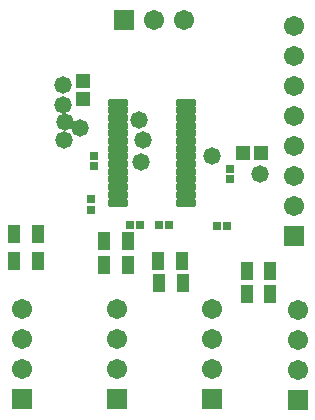
<source format=gts>
G04*
G04 #@! TF.GenerationSoftware,Altium Limited,Altium Designer,21.6.1 (37)*
G04*
G04 Layer_Color=8388736*
%FSLAX44Y44*%
%MOMM*%
G71*
G04*
G04 #@! TF.SameCoordinates,0F7C46F9-05DF-46B9-B7E4-F31FC23B8959*
G04*
G04*
G04 #@! TF.FilePolarity,Negative*
G04*
G01*
G75*
G04:AMPARAMS|DCode=21|XSize=1.7732mm|YSize=0.6132mm|CornerRadius=0.1529mm|HoleSize=0mm|Usage=FLASHONLY|Rotation=0.000|XOffset=0mm|YOffset=0mm|HoleType=Round|Shape=RoundedRectangle|*
%AMROUNDEDRECTD21*
21,1,1.7732,0.3075,0,0,0.0*
21,1,1.4675,0.6132,0,0,0.0*
1,1,0.3057,0.7338,-0.1538*
1,1,0.3057,-0.7338,-0.1538*
1,1,0.3057,-0.7338,0.1538*
1,1,0.3057,0.7338,0.1538*
%
%ADD21ROUNDEDRECTD21*%
%ADD22R,1.1232X1.6232*%
%ADD23R,0.7432X0.8032*%
%ADD24R,0.8032X0.7432*%
%ADD25R,1.2032X1.2232*%
%ADD26R,1.2232X1.2032*%
%ADD27R,1.7032X1.7032*%
%ADD28C,1.7032*%
%ADD29R,1.7032X1.7032*%
%ADD30C,1.4732*%
D21*
X418700Y532250D02*
D03*
Y525750D02*
D03*
Y519250D02*
D03*
Y512750D02*
D03*
Y506250D02*
D03*
Y499750D02*
D03*
Y493250D02*
D03*
Y486750D02*
D03*
Y480250D02*
D03*
Y473750D02*
D03*
Y467250D02*
D03*
Y460750D02*
D03*
Y454250D02*
D03*
Y447750D02*
D03*
X361300D02*
D03*
Y454250D02*
D03*
Y460750D02*
D03*
Y467250D02*
D03*
Y473750D02*
D03*
Y480250D02*
D03*
Y486750D02*
D03*
Y493250D02*
D03*
Y499750D02*
D03*
Y506250D02*
D03*
Y512750D02*
D03*
Y519250D02*
D03*
Y525750D02*
D03*
Y532250D02*
D03*
D22*
X349000Y415000D02*
D03*
X369000D02*
D03*
X395000Y398000D02*
D03*
X415000D02*
D03*
X293000Y421000D02*
D03*
X273000D02*
D03*
X369000Y395000D02*
D03*
X349000D02*
D03*
X416000Y380000D02*
D03*
X396000D02*
D03*
X273000Y398000D02*
D03*
X293000D02*
D03*
X490000Y370000D02*
D03*
X470000D02*
D03*
Y390000D02*
D03*
X490000D02*
D03*
D23*
X370680Y429000D02*
D03*
X379320D02*
D03*
X404320D02*
D03*
X395680D02*
D03*
X444680Y428000D02*
D03*
X453320D02*
D03*
D24*
X338000Y441680D02*
D03*
Y450320D02*
D03*
X456165Y475920D02*
D03*
Y467280D02*
D03*
X341000Y478680D02*
D03*
Y487320D02*
D03*
D25*
X466410Y490000D02*
D03*
X481590D02*
D03*
D26*
X331000Y535410D02*
D03*
Y550590D02*
D03*
D27*
X510000Y419200D02*
D03*
X513000Y280600D02*
D03*
X280000Y281600D02*
D03*
X440667D02*
D03*
X360333D02*
D03*
D28*
X510000Y444600D02*
D03*
Y470000D02*
D03*
Y495400D02*
D03*
Y520800D02*
D03*
Y546200D02*
D03*
Y571600D02*
D03*
Y597000D02*
D03*
X391000Y602000D02*
D03*
X416400D02*
D03*
X513000Y356800D02*
D03*
Y331400D02*
D03*
Y306000D02*
D03*
X280000Y357800D02*
D03*
Y332400D02*
D03*
Y307000D02*
D03*
X440667Y357800D02*
D03*
Y332400D02*
D03*
Y307000D02*
D03*
X360333Y357800D02*
D03*
Y332400D02*
D03*
Y307000D02*
D03*
D29*
X365600Y602000D02*
D03*
D30*
X382480Y501000D02*
D03*
X380000Y482000D02*
D03*
X379000Y518000D02*
D03*
X315000Y501000D02*
D03*
X329000Y511000D02*
D03*
X316000Y516000D02*
D03*
X314000Y530000D02*
D03*
Y547000D02*
D03*
X440473Y486750D02*
D03*
X481000Y472000D02*
D03*
M02*

</source>
